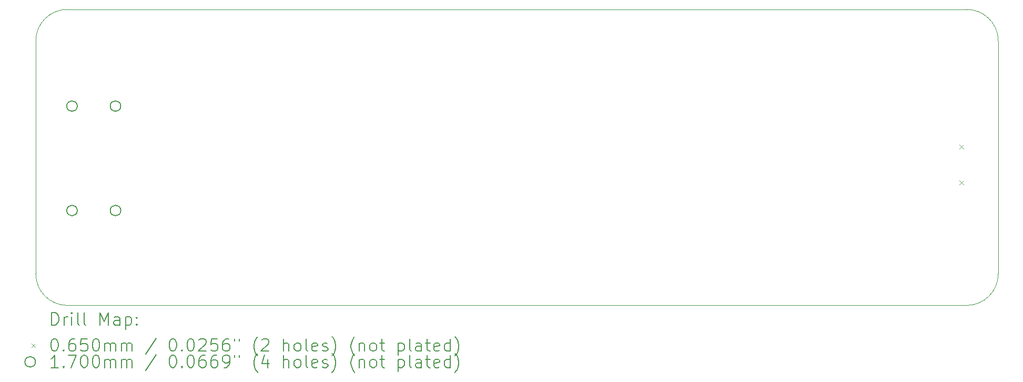
<source format=gbr>
%TF.GenerationSoftware,KiCad,Pcbnew,7.0.8*%
%TF.CreationDate,2024-02-04T20:23:09+01:00*%
%TF.ProjectId,schneidbrett,7363686e-6569-4646-9272-6574742e6b69,rev?*%
%TF.SameCoordinates,Original*%
%TF.FileFunction,Drillmap*%
%TF.FilePolarity,Positive*%
%FSLAX45Y45*%
G04 Gerber Fmt 4.5, Leading zero omitted, Abs format (unit mm)*
G04 Created by KiCad (PCBNEW 7.0.8) date 2024-02-04 20:23:09*
%MOMM*%
%LPD*%
G01*
G04 APERTURE LIST*
%ADD10C,0.100000*%
%ADD11C,0.200000*%
%ADD12C,0.065000*%
%ADD13C,0.170000*%
G04 APERTURE END LIST*
D10*
X7620000Y-7510000D02*
X7620000Y-11256500D01*
X8128000Y-11764500D02*
X22606000Y-11764500D01*
X22606000Y-11764500D02*
G75*
G03*
X23114000Y-11256500I0J508000D01*
G01*
X22606000Y-7002000D02*
X8128000Y-7002000D01*
X8128000Y-7002000D02*
G75*
G03*
X7620000Y-7510000I0J-508000D01*
G01*
X23114000Y-11256500D02*
X23114000Y-7510000D01*
X7620000Y-11256500D02*
G75*
G03*
X8128000Y-11764500I508000J0D01*
G01*
X23114000Y-7510000D02*
G75*
G03*
X22606000Y-7002000I-508000J0D01*
G01*
D11*
D12*
X22490800Y-9178100D02*
X22555800Y-9243100D01*
X22555800Y-9178100D02*
X22490800Y-9243100D01*
X22490800Y-9756100D02*
X22555800Y-9821100D01*
X22555800Y-9756100D02*
X22490800Y-9821100D01*
D13*
X8288500Y-8558000D02*
G75*
G03*
X8288500Y-8558000I-85000J0D01*
G01*
X8288500Y-10238000D02*
G75*
G03*
X8288500Y-10238000I-85000J0D01*
G01*
X8988500Y-8558000D02*
G75*
G03*
X8988500Y-8558000I-85000J0D01*
G01*
X8988500Y-10238000D02*
G75*
G03*
X8988500Y-10238000I-85000J0D01*
G01*
D11*
X7875777Y-12080984D02*
X7875777Y-11880984D01*
X7875777Y-11880984D02*
X7923396Y-11880984D01*
X7923396Y-11880984D02*
X7951967Y-11890508D01*
X7951967Y-11890508D02*
X7971015Y-11909555D01*
X7971015Y-11909555D02*
X7980539Y-11928603D01*
X7980539Y-11928603D02*
X7990062Y-11966698D01*
X7990062Y-11966698D02*
X7990062Y-11995269D01*
X7990062Y-11995269D02*
X7980539Y-12033365D01*
X7980539Y-12033365D02*
X7971015Y-12052412D01*
X7971015Y-12052412D02*
X7951967Y-12071460D01*
X7951967Y-12071460D02*
X7923396Y-12080984D01*
X7923396Y-12080984D02*
X7875777Y-12080984D01*
X8075777Y-12080984D02*
X8075777Y-11947650D01*
X8075777Y-11985746D02*
X8085301Y-11966698D01*
X8085301Y-11966698D02*
X8094824Y-11957174D01*
X8094824Y-11957174D02*
X8113872Y-11947650D01*
X8113872Y-11947650D02*
X8132920Y-11947650D01*
X8199586Y-12080984D02*
X8199586Y-11947650D01*
X8199586Y-11880984D02*
X8190062Y-11890508D01*
X8190062Y-11890508D02*
X8199586Y-11900031D01*
X8199586Y-11900031D02*
X8209110Y-11890508D01*
X8209110Y-11890508D02*
X8199586Y-11880984D01*
X8199586Y-11880984D02*
X8199586Y-11900031D01*
X8323396Y-12080984D02*
X8304348Y-12071460D01*
X8304348Y-12071460D02*
X8294824Y-12052412D01*
X8294824Y-12052412D02*
X8294824Y-11880984D01*
X8428158Y-12080984D02*
X8409110Y-12071460D01*
X8409110Y-12071460D02*
X8399586Y-12052412D01*
X8399586Y-12052412D02*
X8399586Y-11880984D01*
X8656729Y-12080984D02*
X8656729Y-11880984D01*
X8656729Y-11880984D02*
X8723396Y-12023841D01*
X8723396Y-12023841D02*
X8790063Y-11880984D01*
X8790063Y-11880984D02*
X8790063Y-12080984D01*
X8971015Y-12080984D02*
X8971015Y-11976222D01*
X8971015Y-11976222D02*
X8961491Y-11957174D01*
X8961491Y-11957174D02*
X8942444Y-11947650D01*
X8942444Y-11947650D02*
X8904348Y-11947650D01*
X8904348Y-11947650D02*
X8885301Y-11957174D01*
X8971015Y-12071460D02*
X8951967Y-12080984D01*
X8951967Y-12080984D02*
X8904348Y-12080984D01*
X8904348Y-12080984D02*
X8885301Y-12071460D01*
X8885301Y-12071460D02*
X8875777Y-12052412D01*
X8875777Y-12052412D02*
X8875777Y-12033365D01*
X8875777Y-12033365D02*
X8885301Y-12014317D01*
X8885301Y-12014317D02*
X8904348Y-12004793D01*
X8904348Y-12004793D02*
X8951967Y-12004793D01*
X8951967Y-12004793D02*
X8971015Y-11995269D01*
X9066253Y-11947650D02*
X9066253Y-12147650D01*
X9066253Y-11957174D02*
X9085301Y-11947650D01*
X9085301Y-11947650D02*
X9123396Y-11947650D01*
X9123396Y-11947650D02*
X9142444Y-11957174D01*
X9142444Y-11957174D02*
X9151967Y-11966698D01*
X9151967Y-11966698D02*
X9161491Y-11985746D01*
X9161491Y-11985746D02*
X9161491Y-12042888D01*
X9161491Y-12042888D02*
X9151967Y-12061936D01*
X9151967Y-12061936D02*
X9142444Y-12071460D01*
X9142444Y-12071460D02*
X9123396Y-12080984D01*
X9123396Y-12080984D02*
X9085301Y-12080984D01*
X9085301Y-12080984D02*
X9066253Y-12071460D01*
X9247205Y-12061936D02*
X9256729Y-12071460D01*
X9256729Y-12071460D02*
X9247205Y-12080984D01*
X9247205Y-12080984D02*
X9237682Y-12071460D01*
X9237682Y-12071460D02*
X9247205Y-12061936D01*
X9247205Y-12061936D02*
X9247205Y-12080984D01*
X9247205Y-11957174D02*
X9256729Y-11966698D01*
X9256729Y-11966698D02*
X9247205Y-11976222D01*
X9247205Y-11976222D02*
X9237682Y-11966698D01*
X9237682Y-11966698D02*
X9247205Y-11957174D01*
X9247205Y-11957174D02*
X9247205Y-11976222D01*
D12*
X7550000Y-12377000D02*
X7615000Y-12442000D01*
X7615000Y-12377000D02*
X7550000Y-12442000D01*
D11*
X7913872Y-12300984D02*
X7932920Y-12300984D01*
X7932920Y-12300984D02*
X7951967Y-12310508D01*
X7951967Y-12310508D02*
X7961491Y-12320031D01*
X7961491Y-12320031D02*
X7971015Y-12339079D01*
X7971015Y-12339079D02*
X7980539Y-12377174D01*
X7980539Y-12377174D02*
X7980539Y-12424793D01*
X7980539Y-12424793D02*
X7971015Y-12462888D01*
X7971015Y-12462888D02*
X7961491Y-12481936D01*
X7961491Y-12481936D02*
X7951967Y-12491460D01*
X7951967Y-12491460D02*
X7932920Y-12500984D01*
X7932920Y-12500984D02*
X7913872Y-12500984D01*
X7913872Y-12500984D02*
X7894824Y-12491460D01*
X7894824Y-12491460D02*
X7885301Y-12481936D01*
X7885301Y-12481936D02*
X7875777Y-12462888D01*
X7875777Y-12462888D02*
X7866253Y-12424793D01*
X7866253Y-12424793D02*
X7866253Y-12377174D01*
X7866253Y-12377174D02*
X7875777Y-12339079D01*
X7875777Y-12339079D02*
X7885301Y-12320031D01*
X7885301Y-12320031D02*
X7894824Y-12310508D01*
X7894824Y-12310508D02*
X7913872Y-12300984D01*
X8066253Y-12481936D02*
X8075777Y-12491460D01*
X8075777Y-12491460D02*
X8066253Y-12500984D01*
X8066253Y-12500984D02*
X8056729Y-12491460D01*
X8056729Y-12491460D02*
X8066253Y-12481936D01*
X8066253Y-12481936D02*
X8066253Y-12500984D01*
X8247205Y-12300984D02*
X8209110Y-12300984D01*
X8209110Y-12300984D02*
X8190062Y-12310508D01*
X8190062Y-12310508D02*
X8180539Y-12320031D01*
X8180539Y-12320031D02*
X8161491Y-12348603D01*
X8161491Y-12348603D02*
X8151967Y-12386698D01*
X8151967Y-12386698D02*
X8151967Y-12462888D01*
X8151967Y-12462888D02*
X8161491Y-12481936D01*
X8161491Y-12481936D02*
X8171015Y-12491460D01*
X8171015Y-12491460D02*
X8190062Y-12500984D01*
X8190062Y-12500984D02*
X8228158Y-12500984D01*
X8228158Y-12500984D02*
X8247205Y-12491460D01*
X8247205Y-12491460D02*
X8256729Y-12481936D01*
X8256729Y-12481936D02*
X8266253Y-12462888D01*
X8266253Y-12462888D02*
X8266253Y-12415269D01*
X8266253Y-12415269D02*
X8256729Y-12396222D01*
X8256729Y-12396222D02*
X8247205Y-12386698D01*
X8247205Y-12386698D02*
X8228158Y-12377174D01*
X8228158Y-12377174D02*
X8190062Y-12377174D01*
X8190062Y-12377174D02*
X8171015Y-12386698D01*
X8171015Y-12386698D02*
X8161491Y-12396222D01*
X8161491Y-12396222D02*
X8151967Y-12415269D01*
X8447205Y-12300984D02*
X8351967Y-12300984D01*
X8351967Y-12300984D02*
X8342443Y-12396222D01*
X8342443Y-12396222D02*
X8351967Y-12386698D01*
X8351967Y-12386698D02*
X8371015Y-12377174D01*
X8371015Y-12377174D02*
X8418634Y-12377174D01*
X8418634Y-12377174D02*
X8437682Y-12386698D01*
X8437682Y-12386698D02*
X8447205Y-12396222D01*
X8447205Y-12396222D02*
X8456729Y-12415269D01*
X8456729Y-12415269D02*
X8456729Y-12462888D01*
X8456729Y-12462888D02*
X8447205Y-12481936D01*
X8447205Y-12481936D02*
X8437682Y-12491460D01*
X8437682Y-12491460D02*
X8418634Y-12500984D01*
X8418634Y-12500984D02*
X8371015Y-12500984D01*
X8371015Y-12500984D02*
X8351967Y-12491460D01*
X8351967Y-12491460D02*
X8342443Y-12481936D01*
X8580539Y-12300984D02*
X8599586Y-12300984D01*
X8599586Y-12300984D02*
X8618634Y-12310508D01*
X8618634Y-12310508D02*
X8628158Y-12320031D01*
X8628158Y-12320031D02*
X8637682Y-12339079D01*
X8637682Y-12339079D02*
X8647205Y-12377174D01*
X8647205Y-12377174D02*
X8647205Y-12424793D01*
X8647205Y-12424793D02*
X8637682Y-12462888D01*
X8637682Y-12462888D02*
X8628158Y-12481936D01*
X8628158Y-12481936D02*
X8618634Y-12491460D01*
X8618634Y-12491460D02*
X8599586Y-12500984D01*
X8599586Y-12500984D02*
X8580539Y-12500984D01*
X8580539Y-12500984D02*
X8561491Y-12491460D01*
X8561491Y-12491460D02*
X8551967Y-12481936D01*
X8551967Y-12481936D02*
X8542444Y-12462888D01*
X8542444Y-12462888D02*
X8532920Y-12424793D01*
X8532920Y-12424793D02*
X8532920Y-12377174D01*
X8532920Y-12377174D02*
X8542444Y-12339079D01*
X8542444Y-12339079D02*
X8551967Y-12320031D01*
X8551967Y-12320031D02*
X8561491Y-12310508D01*
X8561491Y-12310508D02*
X8580539Y-12300984D01*
X8732920Y-12500984D02*
X8732920Y-12367650D01*
X8732920Y-12386698D02*
X8742444Y-12377174D01*
X8742444Y-12377174D02*
X8761491Y-12367650D01*
X8761491Y-12367650D02*
X8790063Y-12367650D01*
X8790063Y-12367650D02*
X8809110Y-12377174D01*
X8809110Y-12377174D02*
X8818634Y-12396222D01*
X8818634Y-12396222D02*
X8818634Y-12500984D01*
X8818634Y-12396222D02*
X8828158Y-12377174D01*
X8828158Y-12377174D02*
X8847205Y-12367650D01*
X8847205Y-12367650D02*
X8875777Y-12367650D01*
X8875777Y-12367650D02*
X8894825Y-12377174D01*
X8894825Y-12377174D02*
X8904348Y-12396222D01*
X8904348Y-12396222D02*
X8904348Y-12500984D01*
X8999586Y-12500984D02*
X8999586Y-12367650D01*
X8999586Y-12386698D02*
X9009110Y-12377174D01*
X9009110Y-12377174D02*
X9028158Y-12367650D01*
X9028158Y-12367650D02*
X9056729Y-12367650D01*
X9056729Y-12367650D02*
X9075777Y-12377174D01*
X9075777Y-12377174D02*
X9085301Y-12396222D01*
X9085301Y-12396222D02*
X9085301Y-12500984D01*
X9085301Y-12396222D02*
X9094825Y-12377174D01*
X9094825Y-12377174D02*
X9113872Y-12367650D01*
X9113872Y-12367650D02*
X9142444Y-12367650D01*
X9142444Y-12367650D02*
X9161491Y-12377174D01*
X9161491Y-12377174D02*
X9171015Y-12396222D01*
X9171015Y-12396222D02*
X9171015Y-12500984D01*
X9561491Y-12291460D02*
X9390063Y-12548603D01*
X9818634Y-12300984D02*
X9837682Y-12300984D01*
X9837682Y-12300984D02*
X9856729Y-12310508D01*
X9856729Y-12310508D02*
X9866253Y-12320031D01*
X9866253Y-12320031D02*
X9875777Y-12339079D01*
X9875777Y-12339079D02*
X9885301Y-12377174D01*
X9885301Y-12377174D02*
X9885301Y-12424793D01*
X9885301Y-12424793D02*
X9875777Y-12462888D01*
X9875777Y-12462888D02*
X9866253Y-12481936D01*
X9866253Y-12481936D02*
X9856729Y-12491460D01*
X9856729Y-12491460D02*
X9837682Y-12500984D01*
X9837682Y-12500984D02*
X9818634Y-12500984D01*
X9818634Y-12500984D02*
X9799587Y-12491460D01*
X9799587Y-12491460D02*
X9790063Y-12481936D01*
X9790063Y-12481936D02*
X9780539Y-12462888D01*
X9780539Y-12462888D02*
X9771015Y-12424793D01*
X9771015Y-12424793D02*
X9771015Y-12377174D01*
X9771015Y-12377174D02*
X9780539Y-12339079D01*
X9780539Y-12339079D02*
X9790063Y-12320031D01*
X9790063Y-12320031D02*
X9799587Y-12310508D01*
X9799587Y-12310508D02*
X9818634Y-12300984D01*
X9971015Y-12481936D02*
X9980539Y-12491460D01*
X9980539Y-12491460D02*
X9971015Y-12500984D01*
X9971015Y-12500984D02*
X9961491Y-12491460D01*
X9961491Y-12491460D02*
X9971015Y-12481936D01*
X9971015Y-12481936D02*
X9971015Y-12500984D01*
X10104348Y-12300984D02*
X10123396Y-12300984D01*
X10123396Y-12300984D02*
X10142444Y-12310508D01*
X10142444Y-12310508D02*
X10151968Y-12320031D01*
X10151968Y-12320031D02*
X10161491Y-12339079D01*
X10161491Y-12339079D02*
X10171015Y-12377174D01*
X10171015Y-12377174D02*
X10171015Y-12424793D01*
X10171015Y-12424793D02*
X10161491Y-12462888D01*
X10161491Y-12462888D02*
X10151968Y-12481936D01*
X10151968Y-12481936D02*
X10142444Y-12491460D01*
X10142444Y-12491460D02*
X10123396Y-12500984D01*
X10123396Y-12500984D02*
X10104348Y-12500984D01*
X10104348Y-12500984D02*
X10085301Y-12491460D01*
X10085301Y-12491460D02*
X10075777Y-12481936D01*
X10075777Y-12481936D02*
X10066253Y-12462888D01*
X10066253Y-12462888D02*
X10056729Y-12424793D01*
X10056729Y-12424793D02*
X10056729Y-12377174D01*
X10056729Y-12377174D02*
X10066253Y-12339079D01*
X10066253Y-12339079D02*
X10075777Y-12320031D01*
X10075777Y-12320031D02*
X10085301Y-12310508D01*
X10085301Y-12310508D02*
X10104348Y-12300984D01*
X10247206Y-12320031D02*
X10256729Y-12310508D01*
X10256729Y-12310508D02*
X10275777Y-12300984D01*
X10275777Y-12300984D02*
X10323396Y-12300984D01*
X10323396Y-12300984D02*
X10342444Y-12310508D01*
X10342444Y-12310508D02*
X10351968Y-12320031D01*
X10351968Y-12320031D02*
X10361491Y-12339079D01*
X10361491Y-12339079D02*
X10361491Y-12358127D01*
X10361491Y-12358127D02*
X10351968Y-12386698D01*
X10351968Y-12386698D02*
X10237682Y-12500984D01*
X10237682Y-12500984D02*
X10361491Y-12500984D01*
X10542444Y-12300984D02*
X10447206Y-12300984D01*
X10447206Y-12300984D02*
X10437682Y-12396222D01*
X10437682Y-12396222D02*
X10447206Y-12386698D01*
X10447206Y-12386698D02*
X10466253Y-12377174D01*
X10466253Y-12377174D02*
X10513872Y-12377174D01*
X10513872Y-12377174D02*
X10532920Y-12386698D01*
X10532920Y-12386698D02*
X10542444Y-12396222D01*
X10542444Y-12396222D02*
X10551968Y-12415269D01*
X10551968Y-12415269D02*
X10551968Y-12462888D01*
X10551968Y-12462888D02*
X10542444Y-12481936D01*
X10542444Y-12481936D02*
X10532920Y-12491460D01*
X10532920Y-12491460D02*
X10513872Y-12500984D01*
X10513872Y-12500984D02*
X10466253Y-12500984D01*
X10466253Y-12500984D02*
X10447206Y-12491460D01*
X10447206Y-12491460D02*
X10437682Y-12481936D01*
X10723396Y-12300984D02*
X10685301Y-12300984D01*
X10685301Y-12300984D02*
X10666253Y-12310508D01*
X10666253Y-12310508D02*
X10656729Y-12320031D01*
X10656729Y-12320031D02*
X10637682Y-12348603D01*
X10637682Y-12348603D02*
X10628158Y-12386698D01*
X10628158Y-12386698D02*
X10628158Y-12462888D01*
X10628158Y-12462888D02*
X10637682Y-12481936D01*
X10637682Y-12481936D02*
X10647206Y-12491460D01*
X10647206Y-12491460D02*
X10666253Y-12500984D01*
X10666253Y-12500984D02*
X10704349Y-12500984D01*
X10704349Y-12500984D02*
X10723396Y-12491460D01*
X10723396Y-12491460D02*
X10732920Y-12481936D01*
X10732920Y-12481936D02*
X10742444Y-12462888D01*
X10742444Y-12462888D02*
X10742444Y-12415269D01*
X10742444Y-12415269D02*
X10732920Y-12396222D01*
X10732920Y-12396222D02*
X10723396Y-12386698D01*
X10723396Y-12386698D02*
X10704349Y-12377174D01*
X10704349Y-12377174D02*
X10666253Y-12377174D01*
X10666253Y-12377174D02*
X10647206Y-12386698D01*
X10647206Y-12386698D02*
X10637682Y-12396222D01*
X10637682Y-12396222D02*
X10628158Y-12415269D01*
X10818634Y-12300984D02*
X10818634Y-12339079D01*
X10894825Y-12300984D02*
X10894825Y-12339079D01*
X11190063Y-12577174D02*
X11180539Y-12567650D01*
X11180539Y-12567650D02*
X11161491Y-12539079D01*
X11161491Y-12539079D02*
X11151968Y-12520031D01*
X11151968Y-12520031D02*
X11142444Y-12491460D01*
X11142444Y-12491460D02*
X11132920Y-12443841D01*
X11132920Y-12443841D02*
X11132920Y-12405746D01*
X11132920Y-12405746D02*
X11142444Y-12358127D01*
X11142444Y-12358127D02*
X11151968Y-12329555D01*
X11151968Y-12329555D02*
X11161491Y-12310508D01*
X11161491Y-12310508D02*
X11180539Y-12281936D01*
X11180539Y-12281936D02*
X11190063Y-12272412D01*
X11256729Y-12320031D02*
X11266253Y-12310508D01*
X11266253Y-12310508D02*
X11285301Y-12300984D01*
X11285301Y-12300984D02*
X11332920Y-12300984D01*
X11332920Y-12300984D02*
X11351968Y-12310508D01*
X11351968Y-12310508D02*
X11361491Y-12320031D01*
X11361491Y-12320031D02*
X11371015Y-12339079D01*
X11371015Y-12339079D02*
X11371015Y-12358127D01*
X11371015Y-12358127D02*
X11361491Y-12386698D01*
X11361491Y-12386698D02*
X11247206Y-12500984D01*
X11247206Y-12500984D02*
X11371015Y-12500984D01*
X11609110Y-12500984D02*
X11609110Y-12300984D01*
X11694825Y-12500984D02*
X11694825Y-12396222D01*
X11694825Y-12396222D02*
X11685301Y-12377174D01*
X11685301Y-12377174D02*
X11666253Y-12367650D01*
X11666253Y-12367650D02*
X11637682Y-12367650D01*
X11637682Y-12367650D02*
X11618634Y-12377174D01*
X11618634Y-12377174D02*
X11609110Y-12386698D01*
X11818634Y-12500984D02*
X11799587Y-12491460D01*
X11799587Y-12491460D02*
X11790063Y-12481936D01*
X11790063Y-12481936D02*
X11780539Y-12462888D01*
X11780539Y-12462888D02*
X11780539Y-12405746D01*
X11780539Y-12405746D02*
X11790063Y-12386698D01*
X11790063Y-12386698D02*
X11799587Y-12377174D01*
X11799587Y-12377174D02*
X11818634Y-12367650D01*
X11818634Y-12367650D02*
X11847206Y-12367650D01*
X11847206Y-12367650D02*
X11866253Y-12377174D01*
X11866253Y-12377174D02*
X11875777Y-12386698D01*
X11875777Y-12386698D02*
X11885301Y-12405746D01*
X11885301Y-12405746D02*
X11885301Y-12462888D01*
X11885301Y-12462888D02*
X11875777Y-12481936D01*
X11875777Y-12481936D02*
X11866253Y-12491460D01*
X11866253Y-12491460D02*
X11847206Y-12500984D01*
X11847206Y-12500984D02*
X11818634Y-12500984D01*
X11999587Y-12500984D02*
X11980539Y-12491460D01*
X11980539Y-12491460D02*
X11971015Y-12472412D01*
X11971015Y-12472412D02*
X11971015Y-12300984D01*
X12151968Y-12491460D02*
X12132920Y-12500984D01*
X12132920Y-12500984D02*
X12094825Y-12500984D01*
X12094825Y-12500984D02*
X12075777Y-12491460D01*
X12075777Y-12491460D02*
X12066253Y-12472412D01*
X12066253Y-12472412D02*
X12066253Y-12396222D01*
X12066253Y-12396222D02*
X12075777Y-12377174D01*
X12075777Y-12377174D02*
X12094825Y-12367650D01*
X12094825Y-12367650D02*
X12132920Y-12367650D01*
X12132920Y-12367650D02*
X12151968Y-12377174D01*
X12151968Y-12377174D02*
X12161491Y-12396222D01*
X12161491Y-12396222D02*
X12161491Y-12415269D01*
X12161491Y-12415269D02*
X12066253Y-12434317D01*
X12237682Y-12491460D02*
X12256730Y-12500984D01*
X12256730Y-12500984D02*
X12294825Y-12500984D01*
X12294825Y-12500984D02*
X12313872Y-12491460D01*
X12313872Y-12491460D02*
X12323396Y-12472412D01*
X12323396Y-12472412D02*
X12323396Y-12462888D01*
X12323396Y-12462888D02*
X12313872Y-12443841D01*
X12313872Y-12443841D02*
X12294825Y-12434317D01*
X12294825Y-12434317D02*
X12266253Y-12434317D01*
X12266253Y-12434317D02*
X12247206Y-12424793D01*
X12247206Y-12424793D02*
X12237682Y-12405746D01*
X12237682Y-12405746D02*
X12237682Y-12396222D01*
X12237682Y-12396222D02*
X12247206Y-12377174D01*
X12247206Y-12377174D02*
X12266253Y-12367650D01*
X12266253Y-12367650D02*
X12294825Y-12367650D01*
X12294825Y-12367650D02*
X12313872Y-12377174D01*
X12390063Y-12577174D02*
X12399587Y-12567650D01*
X12399587Y-12567650D02*
X12418634Y-12539079D01*
X12418634Y-12539079D02*
X12428158Y-12520031D01*
X12428158Y-12520031D02*
X12437682Y-12491460D01*
X12437682Y-12491460D02*
X12447206Y-12443841D01*
X12447206Y-12443841D02*
X12447206Y-12405746D01*
X12447206Y-12405746D02*
X12437682Y-12358127D01*
X12437682Y-12358127D02*
X12428158Y-12329555D01*
X12428158Y-12329555D02*
X12418634Y-12310508D01*
X12418634Y-12310508D02*
X12399587Y-12281936D01*
X12399587Y-12281936D02*
X12390063Y-12272412D01*
X12751968Y-12577174D02*
X12742444Y-12567650D01*
X12742444Y-12567650D02*
X12723396Y-12539079D01*
X12723396Y-12539079D02*
X12713872Y-12520031D01*
X12713872Y-12520031D02*
X12704349Y-12491460D01*
X12704349Y-12491460D02*
X12694825Y-12443841D01*
X12694825Y-12443841D02*
X12694825Y-12405746D01*
X12694825Y-12405746D02*
X12704349Y-12358127D01*
X12704349Y-12358127D02*
X12713872Y-12329555D01*
X12713872Y-12329555D02*
X12723396Y-12310508D01*
X12723396Y-12310508D02*
X12742444Y-12281936D01*
X12742444Y-12281936D02*
X12751968Y-12272412D01*
X12828158Y-12367650D02*
X12828158Y-12500984D01*
X12828158Y-12386698D02*
X12837682Y-12377174D01*
X12837682Y-12377174D02*
X12856730Y-12367650D01*
X12856730Y-12367650D02*
X12885301Y-12367650D01*
X12885301Y-12367650D02*
X12904349Y-12377174D01*
X12904349Y-12377174D02*
X12913872Y-12396222D01*
X12913872Y-12396222D02*
X12913872Y-12500984D01*
X13037682Y-12500984D02*
X13018634Y-12491460D01*
X13018634Y-12491460D02*
X13009111Y-12481936D01*
X13009111Y-12481936D02*
X12999587Y-12462888D01*
X12999587Y-12462888D02*
X12999587Y-12405746D01*
X12999587Y-12405746D02*
X13009111Y-12386698D01*
X13009111Y-12386698D02*
X13018634Y-12377174D01*
X13018634Y-12377174D02*
X13037682Y-12367650D01*
X13037682Y-12367650D02*
X13066253Y-12367650D01*
X13066253Y-12367650D02*
X13085301Y-12377174D01*
X13085301Y-12377174D02*
X13094825Y-12386698D01*
X13094825Y-12386698D02*
X13104349Y-12405746D01*
X13104349Y-12405746D02*
X13104349Y-12462888D01*
X13104349Y-12462888D02*
X13094825Y-12481936D01*
X13094825Y-12481936D02*
X13085301Y-12491460D01*
X13085301Y-12491460D02*
X13066253Y-12500984D01*
X13066253Y-12500984D02*
X13037682Y-12500984D01*
X13161492Y-12367650D02*
X13237682Y-12367650D01*
X13190063Y-12300984D02*
X13190063Y-12472412D01*
X13190063Y-12472412D02*
X13199587Y-12491460D01*
X13199587Y-12491460D02*
X13218634Y-12500984D01*
X13218634Y-12500984D02*
X13237682Y-12500984D01*
X13456730Y-12367650D02*
X13456730Y-12567650D01*
X13456730Y-12377174D02*
X13475777Y-12367650D01*
X13475777Y-12367650D02*
X13513873Y-12367650D01*
X13513873Y-12367650D02*
X13532920Y-12377174D01*
X13532920Y-12377174D02*
X13542444Y-12386698D01*
X13542444Y-12386698D02*
X13551968Y-12405746D01*
X13551968Y-12405746D02*
X13551968Y-12462888D01*
X13551968Y-12462888D02*
X13542444Y-12481936D01*
X13542444Y-12481936D02*
X13532920Y-12491460D01*
X13532920Y-12491460D02*
X13513873Y-12500984D01*
X13513873Y-12500984D02*
X13475777Y-12500984D01*
X13475777Y-12500984D02*
X13456730Y-12491460D01*
X13666253Y-12500984D02*
X13647206Y-12491460D01*
X13647206Y-12491460D02*
X13637682Y-12472412D01*
X13637682Y-12472412D02*
X13637682Y-12300984D01*
X13828158Y-12500984D02*
X13828158Y-12396222D01*
X13828158Y-12396222D02*
X13818634Y-12377174D01*
X13818634Y-12377174D02*
X13799587Y-12367650D01*
X13799587Y-12367650D02*
X13761492Y-12367650D01*
X13761492Y-12367650D02*
X13742444Y-12377174D01*
X13828158Y-12491460D02*
X13809111Y-12500984D01*
X13809111Y-12500984D02*
X13761492Y-12500984D01*
X13761492Y-12500984D02*
X13742444Y-12491460D01*
X13742444Y-12491460D02*
X13732920Y-12472412D01*
X13732920Y-12472412D02*
X13732920Y-12453365D01*
X13732920Y-12453365D02*
X13742444Y-12434317D01*
X13742444Y-12434317D02*
X13761492Y-12424793D01*
X13761492Y-12424793D02*
X13809111Y-12424793D01*
X13809111Y-12424793D02*
X13828158Y-12415269D01*
X13894825Y-12367650D02*
X13971015Y-12367650D01*
X13923396Y-12300984D02*
X13923396Y-12472412D01*
X13923396Y-12472412D02*
X13932920Y-12491460D01*
X13932920Y-12491460D02*
X13951968Y-12500984D01*
X13951968Y-12500984D02*
X13971015Y-12500984D01*
X14113873Y-12491460D02*
X14094825Y-12500984D01*
X14094825Y-12500984D02*
X14056730Y-12500984D01*
X14056730Y-12500984D02*
X14037682Y-12491460D01*
X14037682Y-12491460D02*
X14028158Y-12472412D01*
X14028158Y-12472412D02*
X14028158Y-12396222D01*
X14028158Y-12396222D02*
X14037682Y-12377174D01*
X14037682Y-12377174D02*
X14056730Y-12367650D01*
X14056730Y-12367650D02*
X14094825Y-12367650D01*
X14094825Y-12367650D02*
X14113873Y-12377174D01*
X14113873Y-12377174D02*
X14123396Y-12396222D01*
X14123396Y-12396222D02*
X14123396Y-12415269D01*
X14123396Y-12415269D02*
X14028158Y-12434317D01*
X14294825Y-12500984D02*
X14294825Y-12300984D01*
X14294825Y-12491460D02*
X14275777Y-12500984D01*
X14275777Y-12500984D02*
X14237682Y-12500984D01*
X14237682Y-12500984D02*
X14218634Y-12491460D01*
X14218634Y-12491460D02*
X14209111Y-12481936D01*
X14209111Y-12481936D02*
X14199587Y-12462888D01*
X14199587Y-12462888D02*
X14199587Y-12405746D01*
X14199587Y-12405746D02*
X14209111Y-12386698D01*
X14209111Y-12386698D02*
X14218634Y-12377174D01*
X14218634Y-12377174D02*
X14237682Y-12367650D01*
X14237682Y-12367650D02*
X14275777Y-12367650D01*
X14275777Y-12367650D02*
X14294825Y-12377174D01*
X14371015Y-12577174D02*
X14380539Y-12567650D01*
X14380539Y-12567650D02*
X14399587Y-12539079D01*
X14399587Y-12539079D02*
X14409111Y-12520031D01*
X14409111Y-12520031D02*
X14418634Y-12491460D01*
X14418634Y-12491460D02*
X14428158Y-12443841D01*
X14428158Y-12443841D02*
X14428158Y-12405746D01*
X14428158Y-12405746D02*
X14418634Y-12358127D01*
X14418634Y-12358127D02*
X14409111Y-12329555D01*
X14409111Y-12329555D02*
X14399587Y-12310508D01*
X14399587Y-12310508D02*
X14380539Y-12281936D01*
X14380539Y-12281936D02*
X14371015Y-12272412D01*
D13*
X7615000Y-12673500D02*
G75*
G03*
X7615000Y-12673500I-85000J0D01*
G01*
D11*
X7980539Y-12764984D02*
X7866253Y-12764984D01*
X7923396Y-12764984D02*
X7923396Y-12564984D01*
X7923396Y-12564984D02*
X7904348Y-12593555D01*
X7904348Y-12593555D02*
X7885301Y-12612603D01*
X7885301Y-12612603D02*
X7866253Y-12622127D01*
X8066253Y-12745936D02*
X8075777Y-12755460D01*
X8075777Y-12755460D02*
X8066253Y-12764984D01*
X8066253Y-12764984D02*
X8056729Y-12755460D01*
X8056729Y-12755460D02*
X8066253Y-12745936D01*
X8066253Y-12745936D02*
X8066253Y-12764984D01*
X8142443Y-12564984D02*
X8275777Y-12564984D01*
X8275777Y-12564984D02*
X8190062Y-12764984D01*
X8390063Y-12564984D02*
X8409110Y-12564984D01*
X8409110Y-12564984D02*
X8428158Y-12574508D01*
X8428158Y-12574508D02*
X8437682Y-12584031D01*
X8437682Y-12584031D02*
X8447205Y-12603079D01*
X8447205Y-12603079D02*
X8456729Y-12641174D01*
X8456729Y-12641174D02*
X8456729Y-12688793D01*
X8456729Y-12688793D02*
X8447205Y-12726888D01*
X8447205Y-12726888D02*
X8437682Y-12745936D01*
X8437682Y-12745936D02*
X8428158Y-12755460D01*
X8428158Y-12755460D02*
X8409110Y-12764984D01*
X8409110Y-12764984D02*
X8390063Y-12764984D01*
X8390063Y-12764984D02*
X8371015Y-12755460D01*
X8371015Y-12755460D02*
X8361491Y-12745936D01*
X8361491Y-12745936D02*
X8351967Y-12726888D01*
X8351967Y-12726888D02*
X8342443Y-12688793D01*
X8342443Y-12688793D02*
X8342443Y-12641174D01*
X8342443Y-12641174D02*
X8351967Y-12603079D01*
X8351967Y-12603079D02*
X8361491Y-12584031D01*
X8361491Y-12584031D02*
X8371015Y-12574508D01*
X8371015Y-12574508D02*
X8390063Y-12564984D01*
X8580539Y-12564984D02*
X8599586Y-12564984D01*
X8599586Y-12564984D02*
X8618634Y-12574508D01*
X8618634Y-12574508D02*
X8628158Y-12584031D01*
X8628158Y-12584031D02*
X8637682Y-12603079D01*
X8637682Y-12603079D02*
X8647205Y-12641174D01*
X8647205Y-12641174D02*
X8647205Y-12688793D01*
X8647205Y-12688793D02*
X8637682Y-12726888D01*
X8637682Y-12726888D02*
X8628158Y-12745936D01*
X8628158Y-12745936D02*
X8618634Y-12755460D01*
X8618634Y-12755460D02*
X8599586Y-12764984D01*
X8599586Y-12764984D02*
X8580539Y-12764984D01*
X8580539Y-12764984D02*
X8561491Y-12755460D01*
X8561491Y-12755460D02*
X8551967Y-12745936D01*
X8551967Y-12745936D02*
X8542444Y-12726888D01*
X8542444Y-12726888D02*
X8532920Y-12688793D01*
X8532920Y-12688793D02*
X8532920Y-12641174D01*
X8532920Y-12641174D02*
X8542444Y-12603079D01*
X8542444Y-12603079D02*
X8551967Y-12584031D01*
X8551967Y-12584031D02*
X8561491Y-12574508D01*
X8561491Y-12574508D02*
X8580539Y-12564984D01*
X8732920Y-12764984D02*
X8732920Y-12631650D01*
X8732920Y-12650698D02*
X8742444Y-12641174D01*
X8742444Y-12641174D02*
X8761491Y-12631650D01*
X8761491Y-12631650D02*
X8790063Y-12631650D01*
X8790063Y-12631650D02*
X8809110Y-12641174D01*
X8809110Y-12641174D02*
X8818634Y-12660222D01*
X8818634Y-12660222D02*
X8818634Y-12764984D01*
X8818634Y-12660222D02*
X8828158Y-12641174D01*
X8828158Y-12641174D02*
X8847205Y-12631650D01*
X8847205Y-12631650D02*
X8875777Y-12631650D01*
X8875777Y-12631650D02*
X8894825Y-12641174D01*
X8894825Y-12641174D02*
X8904348Y-12660222D01*
X8904348Y-12660222D02*
X8904348Y-12764984D01*
X8999586Y-12764984D02*
X8999586Y-12631650D01*
X8999586Y-12650698D02*
X9009110Y-12641174D01*
X9009110Y-12641174D02*
X9028158Y-12631650D01*
X9028158Y-12631650D02*
X9056729Y-12631650D01*
X9056729Y-12631650D02*
X9075777Y-12641174D01*
X9075777Y-12641174D02*
X9085301Y-12660222D01*
X9085301Y-12660222D02*
X9085301Y-12764984D01*
X9085301Y-12660222D02*
X9094825Y-12641174D01*
X9094825Y-12641174D02*
X9113872Y-12631650D01*
X9113872Y-12631650D02*
X9142444Y-12631650D01*
X9142444Y-12631650D02*
X9161491Y-12641174D01*
X9161491Y-12641174D02*
X9171015Y-12660222D01*
X9171015Y-12660222D02*
X9171015Y-12764984D01*
X9561491Y-12555460D02*
X9390063Y-12812603D01*
X9818634Y-12564984D02*
X9837682Y-12564984D01*
X9837682Y-12564984D02*
X9856729Y-12574508D01*
X9856729Y-12574508D02*
X9866253Y-12584031D01*
X9866253Y-12584031D02*
X9875777Y-12603079D01*
X9875777Y-12603079D02*
X9885301Y-12641174D01*
X9885301Y-12641174D02*
X9885301Y-12688793D01*
X9885301Y-12688793D02*
X9875777Y-12726888D01*
X9875777Y-12726888D02*
X9866253Y-12745936D01*
X9866253Y-12745936D02*
X9856729Y-12755460D01*
X9856729Y-12755460D02*
X9837682Y-12764984D01*
X9837682Y-12764984D02*
X9818634Y-12764984D01*
X9818634Y-12764984D02*
X9799587Y-12755460D01*
X9799587Y-12755460D02*
X9790063Y-12745936D01*
X9790063Y-12745936D02*
X9780539Y-12726888D01*
X9780539Y-12726888D02*
X9771015Y-12688793D01*
X9771015Y-12688793D02*
X9771015Y-12641174D01*
X9771015Y-12641174D02*
X9780539Y-12603079D01*
X9780539Y-12603079D02*
X9790063Y-12584031D01*
X9790063Y-12584031D02*
X9799587Y-12574508D01*
X9799587Y-12574508D02*
X9818634Y-12564984D01*
X9971015Y-12745936D02*
X9980539Y-12755460D01*
X9980539Y-12755460D02*
X9971015Y-12764984D01*
X9971015Y-12764984D02*
X9961491Y-12755460D01*
X9961491Y-12755460D02*
X9971015Y-12745936D01*
X9971015Y-12745936D02*
X9971015Y-12764984D01*
X10104348Y-12564984D02*
X10123396Y-12564984D01*
X10123396Y-12564984D02*
X10142444Y-12574508D01*
X10142444Y-12574508D02*
X10151968Y-12584031D01*
X10151968Y-12584031D02*
X10161491Y-12603079D01*
X10161491Y-12603079D02*
X10171015Y-12641174D01*
X10171015Y-12641174D02*
X10171015Y-12688793D01*
X10171015Y-12688793D02*
X10161491Y-12726888D01*
X10161491Y-12726888D02*
X10151968Y-12745936D01*
X10151968Y-12745936D02*
X10142444Y-12755460D01*
X10142444Y-12755460D02*
X10123396Y-12764984D01*
X10123396Y-12764984D02*
X10104348Y-12764984D01*
X10104348Y-12764984D02*
X10085301Y-12755460D01*
X10085301Y-12755460D02*
X10075777Y-12745936D01*
X10075777Y-12745936D02*
X10066253Y-12726888D01*
X10066253Y-12726888D02*
X10056729Y-12688793D01*
X10056729Y-12688793D02*
X10056729Y-12641174D01*
X10056729Y-12641174D02*
X10066253Y-12603079D01*
X10066253Y-12603079D02*
X10075777Y-12584031D01*
X10075777Y-12584031D02*
X10085301Y-12574508D01*
X10085301Y-12574508D02*
X10104348Y-12564984D01*
X10342444Y-12564984D02*
X10304348Y-12564984D01*
X10304348Y-12564984D02*
X10285301Y-12574508D01*
X10285301Y-12574508D02*
X10275777Y-12584031D01*
X10275777Y-12584031D02*
X10256729Y-12612603D01*
X10256729Y-12612603D02*
X10247206Y-12650698D01*
X10247206Y-12650698D02*
X10247206Y-12726888D01*
X10247206Y-12726888D02*
X10256729Y-12745936D01*
X10256729Y-12745936D02*
X10266253Y-12755460D01*
X10266253Y-12755460D02*
X10285301Y-12764984D01*
X10285301Y-12764984D02*
X10323396Y-12764984D01*
X10323396Y-12764984D02*
X10342444Y-12755460D01*
X10342444Y-12755460D02*
X10351968Y-12745936D01*
X10351968Y-12745936D02*
X10361491Y-12726888D01*
X10361491Y-12726888D02*
X10361491Y-12679269D01*
X10361491Y-12679269D02*
X10351968Y-12660222D01*
X10351968Y-12660222D02*
X10342444Y-12650698D01*
X10342444Y-12650698D02*
X10323396Y-12641174D01*
X10323396Y-12641174D02*
X10285301Y-12641174D01*
X10285301Y-12641174D02*
X10266253Y-12650698D01*
X10266253Y-12650698D02*
X10256729Y-12660222D01*
X10256729Y-12660222D02*
X10247206Y-12679269D01*
X10532920Y-12564984D02*
X10494825Y-12564984D01*
X10494825Y-12564984D02*
X10475777Y-12574508D01*
X10475777Y-12574508D02*
X10466253Y-12584031D01*
X10466253Y-12584031D02*
X10447206Y-12612603D01*
X10447206Y-12612603D02*
X10437682Y-12650698D01*
X10437682Y-12650698D02*
X10437682Y-12726888D01*
X10437682Y-12726888D02*
X10447206Y-12745936D01*
X10447206Y-12745936D02*
X10456729Y-12755460D01*
X10456729Y-12755460D02*
X10475777Y-12764984D01*
X10475777Y-12764984D02*
X10513872Y-12764984D01*
X10513872Y-12764984D02*
X10532920Y-12755460D01*
X10532920Y-12755460D02*
X10542444Y-12745936D01*
X10542444Y-12745936D02*
X10551968Y-12726888D01*
X10551968Y-12726888D02*
X10551968Y-12679269D01*
X10551968Y-12679269D02*
X10542444Y-12660222D01*
X10542444Y-12660222D02*
X10532920Y-12650698D01*
X10532920Y-12650698D02*
X10513872Y-12641174D01*
X10513872Y-12641174D02*
X10475777Y-12641174D01*
X10475777Y-12641174D02*
X10456729Y-12650698D01*
X10456729Y-12650698D02*
X10447206Y-12660222D01*
X10447206Y-12660222D02*
X10437682Y-12679269D01*
X10647206Y-12764984D02*
X10685301Y-12764984D01*
X10685301Y-12764984D02*
X10704349Y-12755460D01*
X10704349Y-12755460D02*
X10713872Y-12745936D01*
X10713872Y-12745936D02*
X10732920Y-12717365D01*
X10732920Y-12717365D02*
X10742444Y-12679269D01*
X10742444Y-12679269D02*
X10742444Y-12603079D01*
X10742444Y-12603079D02*
X10732920Y-12584031D01*
X10732920Y-12584031D02*
X10723396Y-12574508D01*
X10723396Y-12574508D02*
X10704349Y-12564984D01*
X10704349Y-12564984D02*
X10666253Y-12564984D01*
X10666253Y-12564984D02*
X10647206Y-12574508D01*
X10647206Y-12574508D02*
X10637682Y-12584031D01*
X10637682Y-12584031D02*
X10628158Y-12603079D01*
X10628158Y-12603079D02*
X10628158Y-12650698D01*
X10628158Y-12650698D02*
X10637682Y-12669746D01*
X10637682Y-12669746D02*
X10647206Y-12679269D01*
X10647206Y-12679269D02*
X10666253Y-12688793D01*
X10666253Y-12688793D02*
X10704349Y-12688793D01*
X10704349Y-12688793D02*
X10723396Y-12679269D01*
X10723396Y-12679269D02*
X10732920Y-12669746D01*
X10732920Y-12669746D02*
X10742444Y-12650698D01*
X10818634Y-12564984D02*
X10818634Y-12603079D01*
X10894825Y-12564984D02*
X10894825Y-12603079D01*
X11190063Y-12841174D02*
X11180539Y-12831650D01*
X11180539Y-12831650D02*
X11161491Y-12803079D01*
X11161491Y-12803079D02*
X11151968Y-12784031D01*
X11151968Y-12784031D02*
X11142444Y-12755460D01*
X11142444Y-12755460D02*
X11132920Y-12707841D01*
X11132920Y-12707841D02*
X11132920Y-12669746D01*
X11132920Y-12669746D02*
X11142444Y-12622127D01*
X11142444Y-12622127D02*
X11151968Y-12593555D01*
X11151968Y-12593555D02*
X11161491Y-12574508D01*
X11161491Y-12574508D02*
X11180539Y-12545936D01*
X11180539Y-12545936D02*
X11190063Y-12536412D01*
X11351968Y-12631650D02*
X11351968Y-12764984D01*
X11304348Y-12555460D02*
X11256729Y-12698317D01*
X11256729Y-12698317D02*
X11380539Y-12698317D01*
X11609110Y-12764984D02*
X11609110Y-12564984D01*
X11694825Y-12764984D02*
X11694825Y-12660222D01*
X11694825Y-12660222D02*
X11685301Y-12641174D01*
X11685301Y-12641174D02*
X11666253Y-12631650D01*
X11666253Y-12631650D02*
X11637682Y-12631650D01*
X11637682Y-12631650D02*
X11618634Y-12641174D01*
X11618634Y-12641174D02*
X11609110Y-12650698D01*
X11818634Y-12764984D02*
X11799587Y-12755460D01*
X11799587Y-12755460D02*
X11790063Y-12745936D01*
X11790063Y-12745936D02*
X11780539Y-12726888D01*
X11780539Y-12726888D02*
X11780539Y-12669746D01*
X11780539Y-12669746D02*
X11790063Y-12650698D01*
X11790063Y-12650698D02*
X11799587Y-12641174D01*
X11799587Y-12641174D02*
X11818634Y-12631650D01*
X11818634Y-12631650D02*
X11847206Y-12631650D01*
X11847206Y-12631650D02*
X11866253Y-12641174D01*
X11866253Y-12641174D02*
X11875777Y-12650698D01*
X11875777Y-12650698D02*
X11885301Y-12669746D01*
X11885301Y-12669746D02*
X11885301Y-12726888D01*
X11885301Y-12726888D02*
X11875777Y-12745936D01*
X11875777Y-12745936D02*
X11866253Y-12755460D01*
X11866253Y-12755460D02*
X11847206Y-12764984D01*
X11847206Y-12764984D02*
X11818634Y-12764984D01*
X11999587Y-12764984D02*
X11980539Y-12755460D01*
X11980539Y-12755460D02*
X11971015Y-12736412D01*
X11971015Y-12736412D02*
X11971015Y-12564984D01*
X12151968Y-12755460D02*
X12132920Y-12764984D01*
X12132920Y-12764984D02*
X12094825Y-12764984D01*
X12094825Y-12764984D02*
X12075777Y-12755460D01*
X12075777Y-12755460D02*
X12066253Y-12736412D01*
X12066253Y-12736412D02*
X12066253Y-12660222D01*
X12066253Y-12660222D02*
X12075777Y-12641174D01*
X12075777Y-12641174D02*
X12094825Y-12631650D01*
X12094825Y-12631650D02*
X12132920Y-12631650D01*
X12132920Y-12631650D02*
X12151968Y-12641174D01*
X12151968Y-12641174D02*
X12161491Y-12660222D01*
X12161491Y-12660222D02*
X12161491Y-12679269D01*
X12161491Y-12679269D02*
X12066253Y-12698317D01*
X12237682Y-12755460D02*
X12256730Y-12764984D01*
X12256730Y-12764984D02*
X12294825Y-12764984D01*
X12294825Y-12764984D02*
X12313872Y-12755460D01*
X12313872Y-12755460D02*
X12323396Y-12736412D01*
X12323396Y-12736412D02*
X12323396Y-12726888D01*
X12323396Y-12726888D02*
X12313872Y-12707841D01*
X12313872Y-12707841D02*
X12294825Y-12698317D01*
X12294825Y-12698317D02*
X12266253Y-12698317D01*
X12266253Y-12698317D02*
X12247206Y-12688793D01*
X12247206Y-12688793D02*
X12237682Y-12669746D01*
X12237682Y-12669746D02*
X12237682Y-12660222D01*
X12237682Y-12660222D02*
X12247206Y-12641174D01*
X12247206Y-12641174D02*
X12266253Y-12631650D01*
X12266253Y-12631650D02*
X12294825Y-12631650D01*
X12294825Y-12631650D02*
X12313872Y-12641174D01*
X12390063Y-12841174D02*
X12399587Y-12831650D01*
X12399587Y-12831650D02*
X12418634Y-12803079D01*
X12418634Y-12803079D02*
X12428158Y-12784031D01*
X12428158Y-12784031D02*
X12437682Y-12755460D01*
X12437682Y-12755460D02*
X12447206Y-12707841D01*
X12447206Y-12707841D02*
X12447206Y-12669746D01*
X12447206Y-12669746D02*
X12437682Y-12622127D01*
X12437682Y-12622127D02*
X12428158Y-12593555D01*
X12428158Y-12593555D02*
X12418634Y-12574508D01*
X12418634Y-12574508D02*
X12399587Y-12545936D01*
X12399587Y-12545936D02*
X12390063Y-12536412D01*
X12751968Y-12841174D02*
X12742444Y-12831650D01*
X12742444Y-12831650D02*
X12723396Y-12803079D01*
X12723396Y-12803079D02*
X12713872Y-12784031D01*
X12713872Y-12784031D02*
X12704349Y-12755460D01*
X12704349Y-12755460D02*
X12694825Y-12707841D01*
X12694825Y-12707841D02*
X12694825Y-12669746D01*
X12694825Y-12669746D02*
X12704349Y-12622127D01*
X12704349Y-12622127D02*
X12713872Y-12593555D01*
X12713872Y-12593555D02*
X12723396Y-12574508D01*
X12723396Y-12574508D02*
X12742444Y-12545936D01*
X12742444Y-12545936D02*
X12751968Y-12536412D01*
X12828158Y-12631650D02*
X12828158Y-12764984D01*
X12828158Y-12650698D02*
X12837682Y-12641174D01*
X12837682Y-12641174D02*
X12856730Y-12631650D01*
X12856730Y-12631650D02*
X12885301Y-12631650D01*
X12885301Y-12631650D02*
X12904349Y-12641174D01*
X12904349Y-12641174D02*
X12913872Y-12660222D01*
X12913872Y-12660222D02*
X12913872Y-12764984D01*
X13037682Y-12764984D02*
X13018634Y-12755460D01*
X13018634Y-12755460D02*
X13009111Y-12745936D01*
X13009111Y-12745936D02*
X12999587Y-12726888D01*
X12999587Y-12726888D02*
X12999587Y-12669746D01*
X12999587Y-12669746D02*
X13009111Y-12650698D01*
X13009111Y-12650698D02*
X13018634Y-12641174D01*
X13018634Y-12641174D02*
X13037682Y-12631650D01*
X13037682Y-12631650D02*
X13066253Y-12631650D01*
X13066253Y-12631650D02*
X13085301Y-12641174D01*
X13085301Y-12641174D02*
X13094825Y-12650698D01*
X13094825Y-12650698D02*
X13104349Y-12669746D01*
X13104349Y-12669746D02*
X13104349Y-12726888D01*
X13104349Y-12726888D02*
X13094825Y-12745936D01*
X13094825Y-12745936D02*
X13085301Y-12755460D01*
X13085301Y-12755460D02*
X13066253Y-12764984D01*
X13066253Y-12764984D02*
X13037682Y-12764984D01*
X13161492Y-12631650D02*
X13237682Y-12631650D01*
X13190063Y-12564984D02*
X13190063Y-12736412D01*
X13190063Y-12736412D02*
X13199587Y-12755460D01*
X13199587Y-12755460D02*
X13218634Y-12764984D01*
X13218634Y-12764984D02*
X13237682Y-12764984D01*
X13456730Y-12631650D02*
X13456730Y-12831650D01*
X13456730Y-12641174D02*
X13475777Y-12631650D01*
X13475777Y-12631650D02*
X13513873Y-12631650D01*
X13513873Y-12631650D02*
X13532920Y-12641174D01*
X13532920Y-12641174D02*
X13542444Y-12650698D01*
X13542444Y-12650698D02*
X13551968Y-12669746D01*
X13551968Y-12669746D02*
X13551968Y-12726888D01*
X13551968Y-12726888D02*
X13542444Y-12745936D01*
X13542444Y-12745936D02*
X13532920Y-12755460D01*
X13532920Y-12755460D02*
X13513873Y-12764984D01*
X13513873Y-12764984D02*
X13475777Y-12764984D01*
X13475777Y-12764984D02*
X13456730Y-12755460D01*
X13666253Y-12764984D02*
X13647206Y-12755460D01*
X13647206Y-12755460D02*
X13637682Y-12736412D01*
X13637682Y-12736412D02*
X13637682Y-12564984D01*
X13828158Y-12764984D02*
X13828158Y-12660222D01*
X13828158Y-12660222D02*
X13818634Y-12641174D01*
X13818634Y-12641174D02*
X13799587Y-12631650D01*
X13799587Y-12631650D02*
X13761492Y-12631650D01*
X13761492Y-12631650D02*
X13742444Y-12641174D01*
X13828158Y-12755460D02*
X13809111Y-12764984D01*
X13809111Y-12764984D02*
X13761492Y-12764984D01*
X13761492Y-12764984D02*
X13742444Y-12755460D01*
X13742444Y-12755460D02*
X13732920Y-12736412D01*
X13732920Y-12736412D02*
X13732920Y-12717365D01*
X13732920Y-12717365D02*
X13742444Y-12698317D01*
X13742444Y-12698317D02*
X13761492Y-12688793D01*
X13761492Y-12688793D02*
X13809111Y-12688793D01*
X13809111Y-12688793D02*
X13828158Y-12679269D01*
X13894825Y-12631650D02*
X13971015Y-12631650D01*
X13923396Y-12564984D02*
X13923396Y-12736412D01*
X13923396Y-12736412D02*
X13932920Y-12755460D01*
X13932920Y-12755460D02*
X13951968Y-12764984D01*
X13951968Y-12764984D02*
X13971015Y-12764984D01*
X14113873Y-12755460D02*
X14094825Y-12764984D01*
X14094825Y-12764984D02*
X14056730Y-12764984D01*
X14056730Y-12764984D02*
X14037682Y-12755460D01*
X14037682Y-12755460D02*
X14028158Y-12736412D01*
X14028158Y-12736412D02*
X14028158Y-12660222D01*
X14028158Y-12660222D02*
X14037682Y-12641174D01*
X14037682Y-12641174D02*
X14056730Y-12631650D01*
X14056730Y-12631650D02*
X14094825Y-12631650D01*
X14094825Y-12631650D02*
X14113873Y-12641174D01*
X14113873Y-12641174D02*
X14123396Y-12660222D01*
X14123396Y-12660222D02*
X14123396Y-12679269D01*
X14123396Y-12679269D02*
X14028158Y-12698317D01*
X14294825Y-12764984D02*
X14294825Y-12564984D01*
X14294825Y-12755460D02*
X14275777Y-12764984D01*
X14275777Y-12764984D02*
X14237682Y-12764984D01*
X14237682Y-12764984D02*
X14218634Y-12755460D01*
X14218634Y-12755460D02*
X14209111Y-12745936D01*
X14209111Y-12745936D02*
X14199587Y-12726888D01*
X14199587Y-12726888D02*
X14199587Y-12669746D01*
X14199587Y-12669746D02*
X14209111Y-12650698D01*
X14209111Y-12650698D02*
X14218634Y-12641174D01*
X14218634Y-12641174D02*
X14237682Y-12631650D01*
X14237682Y-12631650D02*
X14275777Y-12631650D01*
X14275777Y-12631650D02*
X14294825Y-12641174D01*
X14371015Y-12841174D02*
X14380539Y-12831650D01*
X14380539Y-12831650D02*
X14399587Y-12803079D01*
X14399587Y-12803079D02*
X14409111Y-12784031D01*
X14409111Y-12784031D02*
X14418634Y-12755460D01*
X14418634Y-12755460D02*
X14428158Y-12707841D01*
X14428158Y-12707841D02*
X14428158Y-12669746D01*
X14428158Y-12669746D02*
X14418634Y-12622127D01*
X14418634Y-12622127D02*
X14409111Y-12593555D01*
X14409111Y-12593555D02*
X14399587Y-12574508D01*
X14399587Y-12574508D02*
X14380539Y-12545936D01*
X14380539Y-12545936D02*
X14371015Y-12536412D01*
M02*

</source>
